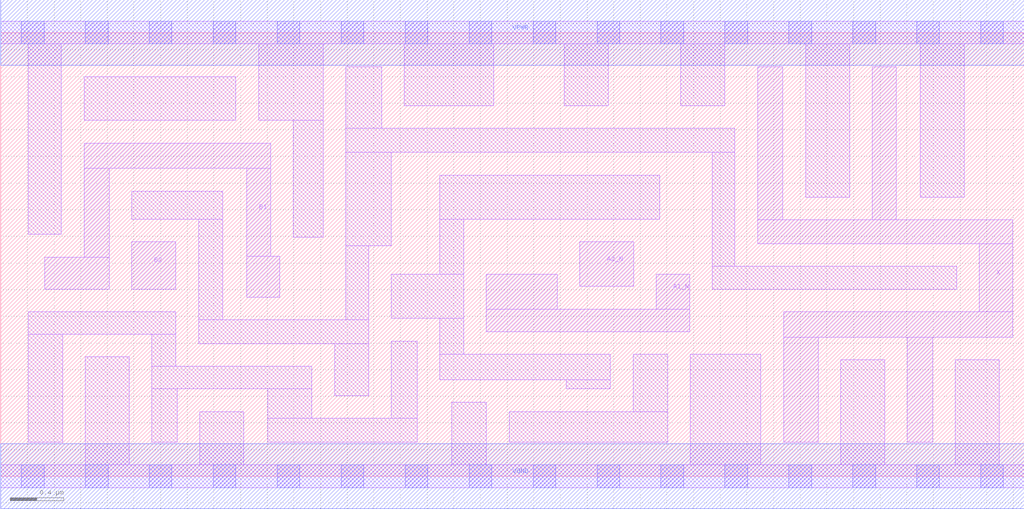
<source format=lef>
# Copyright 2020 The SkyWater PDK Authors
#
# Licensed under the Apache License, Version 2.0 (the "License");
# you may not use this file except in compliance with the License.
# You may obtain a copy of the License at
#
#     https://www.apache.org/licenses/LICENSE-2.0
#
# Unless required by applicable law or agreed to in writing, software
# distributed under the License is distributed on an "AS IS" BASIS,
# WITHOUT WARRANTIES OR CONDITIONS OF ANY KIND, either express or implied.
# See the License for the specific language governing permissions and
# limitations under the License.
#
# SPDX-License-Identifier: Apache-2.0

VERSION 5.7 ;
  NOWIREEXTENSIONATPIN ON ;
  DIVIDERCHAR "/" ;
  BUSBITCHARS "[]" ;
UNITS
  DATABASE MICRONS 200 ;
END UNITS
MACRO sky130_fd_sc_lp__o2bb2a_4
  CLASS CORE ;
  FOREIGN sky130_fd_sc_lp__o2bb2a_4 ;
  ORIGIN  0.000000  0.000000 ;
  SIZE  7.680000 BY  3.330000 ;
  SYMMETRY X Y R90 ;
  SITE unit ;
  PIN A1_N
    ANTENNAGATEAREA  0.630000 ;
    DIRECTION INPUT ;
    USE SIGNAL ;
    PORT
      LAYER li1 ;
        RECT 3.645000 1.085000 5.170000 1.255000 ;
        RECT 3.645000 1.255000 4.175000 1.515000 ;
        RECT 4.920000 1.255000 5.170000 1.515000 ;
    END
  END A1_N
  PIN A2_N
    ANTENNAGATEAREA  0.630000 ;
    DIRECTION INPUT ;
    USE SIGNAL ;
    PORT
      LAYER li1 ;
        RECT 4.345000 1.425000 4.750000 1.760000 ;
    END
  END A2_N
  PIN B1
    ANTENNAGATEAREA  0.630000 ;
    DIRECTION INPUT ;
    USE SIGNAL ;
    PORT
      LAYER li1 ;
        RECT 0.330000 1.405000 0.815000 1.645000 ;
        RECT 0.625000 1.645000 0.815000 2.310000 ;
        RECT 0.625000 2.310000 2.025000 2.500000 ;
        RECT 1.845000 1.345000 2.095000 1.650000 ;
        RECT 1.845000 1.650000 2.025000 2.310000 ;
    END
  END B1
  PIN B2
    ANTENNAGATEAREA  0.630000 ;
    DIRECTION INPUT ;
    USE SIGNAL ;
    PORT
      LAYER li1 ;
        RECT 0.985000 1.405000 1.315000 1.760000 ;
    END
  END B2
  PIN X
    ANTENNADIFFAREA  1.176000 ;
    DIRECTION OUTPUT ;
    USE SIGNAL ;
    PORT
      LAYER li1 ;
        RECT 5.680000 1.745000 7.595000 1.925000 ;
        RECT 5.680000 1.925000 5.870000 3.075000 ;
        RECT 5.875000 0.255000 6.135000 1.045000 ;
        RECT 5.875000 1.045000 7.595000 1.235000 ;
        RECT 6.540000 1.925000 6.720000 3.075000 ;
        RECT 6.805000 0.255000 6.995000 1.045000 ;
        RECT 7.345000 1.235000 7.595000 1.745000 ;
    END
  END X
  PIN VGND
    DIRECTION INOUT ;
    USE GROUND ;
    PORT
      LAYER met1 ;
        RECT 0.000000 -0.245000 7.680000 0.245000 ;
    END
  END VGND
  PIN VPWR
    DIRECTION INOUT ;
    USE POWER ;
    PORT
      LAYER met1 ;
        RECT 0.000000 3.085000 7.680000 3.575000 ;
    END
  END VPWR
  OBS
    LAYER li1 ;
      RECT 0.000000 -0.085000 7.680000 0.085000 ;
      RECT 0.000000  3.245000 7.680000 3.415000 ;
      RECT 0.205000  0.255000 0.465000 1.065000 ;
      RECT 0.205000  1.065000 1.315000 1.235000 ;
      RECT 0.205000  1.815000 0.455000 3.245000 ;
      RECT 0.625000  2.670000 1.765000 3.000000 ;
      RECT 0.635000  0.085000 0.965000 0.895000 ;
      RECT 0.985000  1.930000 1.665000 2.140000 ;
      RECT 1.135000  0.255000 1.325000 0.655000 ;
      RECT 1.135000  0.655000 2.335000 0.825000 ;
      RECT 1.135000  0.825000 1.315000 1.065000 ;
      RECT 1.485000  0.995000 2.760000 1.175000 ;
      RECT 1.485000  1.175000 1.665000 1.930000 ;
      RECT 1.495000  0.085000 1.825000 0.485000 ;
      RECT 1.935000  2.670000 2.420000 3.245000 ;
      RECT 2.005000  0.255000 3.125000 0.435000 ;
      RECT 2.005000  0.435000 2.335000 0.655000 ;
      RECT 2.195000  1.795000 2.420000 2.670000 ;
      RECT 2.505000  0.605000 2.760000 0.995000 ;
      RECT 2.590000  1.175000 2.760000 1.730000 ;
      RECT 2.590000  1.730000 2.930000 2.430000 ;
      RECT 2.590000  2.430000 5.510000 2.610000 ;
      RECT 2.590000  2.610000 2.860000 3.075000 ;
      RECT 2.930000  0.435000 3.125000 1.015000 ;
      RECT 2.930000  1.185000 3.475000 1.515000 ;
      RECT 3.030000  2.780000 3.700000 3.245000 ;
      RECT 3.295000  0.725000 4.575000 0.915000 ;
      RECT 3.295000  0.915000 3.475000 1.185000 ;
      RECT 3.295000  1.515000 3.475000 1.930000 ;
      RECT 3.295000  1.930000 4.945000 2.260000 ;
      RECT 3.385000  0.085000 3.645000 0.555000 ;
      RECT 3.815000  0.255000 5.005000 0.485000 ;
      RECT 4.230000  2.780000 4.560000 3.245000 ;
      RECT 4.245000  0.655000 4.575000 0.725000 ;
      RECT 4.745000  0.485000 5.005000 0.915000 ;
      RECT 5.105000  2.780000 5.435000 3.245000 ;
      RECT 5.175000  0.085000 5.705000 0.915000 ;
      RECT 5.340000  1.405000 7.175000 1.575000 ;
      RECT 5.340000  1.575000 5.510000 2.430000 ;
      RECT 6.040000  2.095000 6.370000 3.245000 ;
      RECT 6.305000  0.085000 6.635000 0.875000 ;
      RECT 6.900000  2.095000 7.230000 3.245000 ;
      RECT 7.165000  0.085000 7.495000 0.875000 ;
    LAYER mcon ;
      RECT 0.155000 -0.085000 0.325000 0.085000 ;
      RECT 0.155000  3.245000 0.325000 3.415000 ;
      RECT 0.635000 -0.085000 0.805000 0.085000 ;
      RECT 0.635000  3.245000 0.805000 3.415000 ;
      RECT 1.115000 -0.085000 1.285000 0.085000 ;
      RECT 1.115000  3.245000 1.285000 3.415000 ;
      RECT 1.595000 -0.085000 1.765000 0.085000 ;
      RECT 1.595000  3.245000 1.765000 3.415000 ;
      RECT 2.075000 -0.085000 2.245000 0.085000 ;
      RECT 2.075000  3.245000 2.245000 3.415000 ;
      RECT 2.555000 -0.085000 2.725000 0.085000 ;
      RECT 2.555000  3.245000 2.725000 3.415000 ;
      RECT 3.035000 -0.085000 3.205000 0.085000 ;
      RECT 3.035000  3.245000 3.205000 3.415000 ;
      RECT 3.515000 -0.085000 3.685000 0.085000 ;
      RECT 3.515000  3.245000 3.685000 3.415000 ;
      RECT 3.995000 -0.085000 4.165000 0.085000 ;
      RECT 3.995000  3.245000 4.165000 3.415000 ;
      RECT 4.475000 -0.085000 4.645000 0.085000 ;
      RECT 4.475000  3.245000 4.645000 3.415000 ;
      RECT 4.955000 -0.085000 5.125000 0.085000 ;
      RECT 4.955000  3.245000 5.125000 3.415000 ;
      RECT 5.435000 -0.085000 5.605000 0.085000 ;
      RECT 5.435000  3.245000 5.605000 3.415000 ;
      RECT 5.915000 -0.085000 6.085000 0.085000 ;
      RECT 5.915000  3.245000 6.085000 3.415000 ;
      RECT 6.395000 -0.085000 6.565000 0.085000 ;
      RECT 6.395000  3.245000 6.565000 3.415000 ;
      RECT 6.875000 -0.085000 7.045000 0.085000 ;
      RECT 6.875000  3.245000 7.045000 3.415000 ;
      RECT 7.355000 -0.085000 7.525000 0.085000 ;
      RECT 7.355000  3.245000 7.525000 3.415000 ;
  END
END sky130_fd_sc_lp__o2bb2a_4
END LIBRARY

</source>
